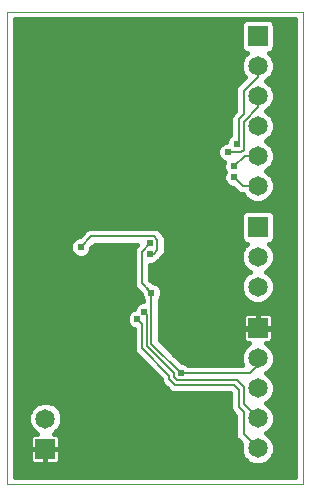
<source format=gbl>
G75*
%MOIN*%
%OFA0B0*%
%FSLAX25Y25*%
%IPPOS*%
%LPD*%
%AMOC8*
5,1,8,0,0,1.08239X$1,22.5*
%
%ADD10C,0.00000*%
%ADD11R,0.06500X0.06500*%
%ADD12C,0.06500*%
%ADD13C,0.01600*%
%ADD14C,0.02381*%
%ADD15C,0.00800*%
D10*
X0037739Y0009674D02*
X0037739Y0167154D01*
X0136164Y0167154D01*
X0136164Y0009674D01*
X0037739Y0009674D01*
D11*
X0050337Y0021485D03*
X0121203Y0061643D03*
X0121203Y0095501D03*
X0121203Y0159083D03*
D12*
X0121203Y0149083D03*
X0121203Y0139083D03*
X0121203Y0129083D03*
X0121203Y0119083D03*
X0121203Y0109083D03*
X0121203Y0085501D03*
X0121203Y0075501D03*
X0121203Y0051643D03*
X0121203Y0041643D03*
X0121203Y0031643D03*
X0121203Y0021643D03*
X0050337Y0031485D03*
D13*
X0053151Y0026535D02*
X0053537Y0026695D01*
X0055127Y0028285D01*
X0055987Y0030361D01*
X0055987Y0032609D01*
X0055127Y0034685D01*
X0053537Y0036275D01*
X0051461Y0037135D01*
X0049213Y0037135D01*
X0047137Y0036275D01*
X0045547Y0034685D01*
X0044687Y0032609D01*
X0044687Y0030361D01*
X0045547Y0028285D01*
X0047137Y0026695D01*
X0047523Y0026535D01*
X0046850Y0026535D01*
X0046392Y0026412D01*
X0045982Y0026175D01*
X0045647Y0025840D01*
X0045410Y0025430D01*
X0045287Y0024972D01*
X0045287Y0021560D01*
X0050262Y0021560D01*
X0050262Y0021410D01*
X0050412Y0021410D01*
X0050412Y0016435D01*
X0053824Y0016435D01*
X0054282Y0016558D01*
X0054692Y0016795D01*
X0055027Y0017130D01*
X0055264Y0017540D01*
X0055387Y0017998D01*
X0055387Y0021410D01*
X0050412Y0021410D01*
X0050412Y0021560D01*
X0055387Y0021560D01*
X0055387Y0024972D01*
X0055264Y0025430D01*
X0055027Y0025840D01*
X0054692Y0026175D01*
X0054282Y0026412D01*
X0053824Y0026535D01*
X0053151Y0026535D01*
X0054100Y0027258D02*
X0113679Y0027258D01*
X0113679Y0025810D02*
X0114105Y0024781D01*
X0114893Y0023993D01*
X0115719Y0023167D01*
X0115553Y0022766D01*
X0115553Y0020519D01*
X0116413Y0018442D01*
X0118003Y0016853D01*
X0120079Y0015993D01*
X0122327Y0015993D01*
X0124404Y0016853D01*
X0125993Y0018442D01*
X0126853Y0020519D01*
X0126853Y0022766D01*
X0125993Y0024843D01*
X0124404Y0026432D01*
X0123896Y0026643D01*
X0124404Y0026853D01*
X0125993Y0028442D01*
X0126853Y0030519D01*
X0126853Y0032766D01*
X0125993Y0034843D01*
X0124404Y0036432D01*
X0123896Y0036643D01*
X0124404Y0036853D01*
X0125993Y0038442D01*
X0126853Y0040519D01*
X0126853Y0042766D01*
X0125993Y0044843D01*
X0124404Y0046432D01*
X0123896Y0046643D01*
X0124404Y0046853D01*
X0125993Y0048442D01*
X0126853Y0050519D01*
X0126853Y0052766D01*
X0125993Y0054843D01*
X0124404Y0056432D01*
X0124017Y0056593D01*
X0124690Y0056593D01*
X0125148Y0056715D01*
X0125558Y0056952D01*
X0125893Y0057287D01*
X0126130Y0057698D01*
X0126253Y0058156D01*
X0126253Y0061567D01*
X0121278Y0061567D01*
X0121278Y0061718D01*
X0121128Y0061718D01*
X0121128Y0066693D01*
X0117716Y0066693D01*
X0117258Y0066570D01*
X0116848Y0066333D01*
X0116513Y0065998D01*
X0116276Y0065587D01*
X0116153Y0065129D01*
X0116153Y0061718D01*
X0121128Y0061718D01*
X0121128Y0061567D01*
X0116153Y0061567D01*
X0116153Y0058156D01*
X0116276Y0057698D01*
X0116513Y0057287D01*
X0116848Y0056952D01*
X0117258Y0056715D01*
X0117716Y0056593D01*
X0118389Y0056593D01*
X0118003Y0056432D01*
X0116413Y0054843D01*
X0115553Y0052766D01*
X0115553Y0050519D01*
X0115983Y0049482D01*
X0097890Y0049482D01*
X0097646Y0049726D01*
X0096327Y0050272D01*
X0095982Y0050272D01*
X0088570Y0057684D01*
X0088570Y0071176D01*
X0088814Y0071420D01*
X0089361Y0072739D01*
X0089361Y0074168D01*
X0088814Y0075487D01*
X0087804Y0076497D01*
X0086484Y0077044D01*
X0086139Y0077044D01*
X0085781Y0077402D01*
X0085420Y0077763D01*
X0085420Y0082855D01*
X0086091Y0082855D01*
X0087410Y0083402D01*
X0088036Y0084027D01*
X0088144Y0084072D01*
X0089325Y0085253D01*
X0090112Y0086041D01*
X0090539Y0087070D01*
X0090539Y0091727D01*
X0090112Y0092756D01*
X0088931Y0093937D01*
X0088144Y0094725D01*
X0087114Y0095151D01*
X0065134Y0095151D01*
X0064105Y0094725D01*
X0061779Y0092398D01*
X0061434Y0092398D01*
X0060114Y0091852D01*
X0059104Y0090842D01*
X0058557Y0089522D01*
X0058557Y0088094D01*
X0059104Y0086774D01*
X0060114Y0085764D01*
X0061434Y0085217D01*
X0062862Y0085217D01*
X0064182Y0085764D01*
X0065192Y0086774D01*
X0065739Y0088094D01*
X0065739Y0088439D01*
X0066851Y0089551D01*
X0080979Y0089551D01*
X0080247Y0088819D01*
X0079820Y0087790D01*
X0079820Y0076046D01*
X0080247Y0075017D01*
X0081822Y0073442D01*
X0082180Y0073084D01*
X0082180Y0072739D01*
X0082726Y0071420D01*
X0082970Y0071176D01*
X0082970Y0070745D01*
X0082694Y0070745D01*
X0081374Y0070198D01*
X0080364Y0069188D01*
X0079968Y0068232D01*
X0079012Y0067836D01*
X0078002Y0066826D01*
X0077455Y0065506D01*
X0077455Y0064078D01*
X0078002Y0062758D01*
X0079012Y0061748D01*
X0079820Y0061413D01*
X0079820Y0054393D01*
X0080247Y0053364D01*
X0081034Y0052576D01*
X0088876Y0044735D01*
X0088876Y0044156D01*
X0089302Y0043127D01*
X0090089Y0042340D01*
X0092058Y0040371D01*
X0093087Y0039945D01*
X0112104Y0039945D01*
X0112104Y0034708D01*
X0112530Y0033678D01*
X0113679Y0032530D01*
X0113679Y0025810D01*
X0113741Y0025659D02*
X0055132Y0025659D01*
X0055387Y0024061D02*
X0114825Y0024061D01*
X0115553Y0022462D02*
X0055387Y0022462D01*
X0055387Y0020864D02*
X0115553Y0020864D01*
X0116072Y0019265D02*
X0055387Y0019265D01*
X0055298Y0017667D02*
X0117189Y0017667D01*
X0119897Y0016068D02*
X0040139Y0016068D01*
X0040139Y0014470D02*
X0133764Y0014470D01*
X0133764Y0016068D02*
X0122509Y0016068D01*
X0125217Y0017667D02*
X0133764Y0017667D01*
X0133764Y0019265D02*
X0126334Y0019265D01*
X0126853Y0020864D02*
X0133764Y0020864D01*
X0133764Y0022462D02*
X0126853Y0022462D01*
X0126317Y0024061D02*
X0133764Y0024061D01*
X0133764Y0025659D02*
X0125177Y0025659D01*
X0124809Y0027258D02*
X0133764Y0027258D01*
X0133764Y0028856D02*
X0126164Y0028856D01*
X0126827Y0030455D02*
X0133764Y0030455D01*
X0133764Y0032053D02*
X0126853Y0032053D01*
X0126486Y0033652D02*
X0133764Y0033652D01*
X0133764Y0035250D02*
X0125586Y0035250D01*
X0124394Y0036849D02*
X0133764Y0036849D01*
X0133764Y0038447D02*
X0125995Y0038447D01*
X0126657Y0040046D02*
X0133764Y0040046D01*
X0133764Y0041644D02*
X0126853Y0041644D01*
X0126656Y0043243D02*
X0133764Y0043243D01*
X0133764Y0044841D02*
X0125994Y0044841D01*
X0124386Y0046440D02*
X0133764Y0046440D01*
X0133764Y0048038D02*
X0125589Y0048038D01*
X0126488Y0049637D02*
X0133764Y0049637D01*
X0133764Y0051235D02*
X0126853Y0051235D01*
X0126825Y0052834D02*
X0133764Y0052834D01*
X0133764Y0054432D02*
X0126163Y0054432D01*
X0124805Y0056031D02*
X0133764Y0056031D01*
X0133764Y0057629D02*
X0126091Y0057629D01*
X0126253Y0059228D02*
X0133764Y0059228D01*
X0133764Y0060826D02*
X0126253Y0060826D01*
X0126253Y0061718D02*
X0126253Y0065129D01*
X0126130Y0065587D01*
X0125893Y0065998D01*
X0125558Y0066333D01*
X0125148Y0066570D01*
X0124690Y0066693D01*
X0121278Y0066693D01*
X0121278Y0061718D01*
X0126253Y0061718D01*
X0126253Y0062425D02*
X0133764Y0062425D01*
X0133764Y0064023D02*
X0126253Y0064023D01*
X0126110Y0065622D02*
X0133764Y0065622D01*
X0133764Y0067220D02*
X0088570Y0067220D01*
X0088570Y0065622D02*
X0116296Y0065622D01*
X0116153Y0064023D02*
X0088570Y0064023D01*
X0088570Y0062425D02*
X0116153Y0062425D01*
X0116153Y0060826D02*
X0088570Y0060826D01*
X0088570Y0059228D02*
X0116153Y0059228D01*
X0116315Y0057629D02*
X0088625Y0057629D01*
X0090223Y0056031D02*
X0117601Y0056031D01*
X0116243Y0054432D02*
X0091822Y0054432D01*
X0093420Y0052834D02*
X0115581Y0052834D01*
X0115553Y0051235D02*
X0095019Y0051235D01*
X0097735Y0049637D02*
X0115918Y0049637D01*
X0112104Y0038447D02*
X0040139Y0038447D01*
X0040139Y0036849D02*
X0048522Y0036849D01*
X0046112Y0035250D02*
X0040139Y0035250D01*
X0040139Y0033652D02*
X0045119Y0033652D01*
X0044687Y0032053D02*
X0040139Y0032053D01*
X0040139Y0030455D02*
X0044687Y0030455D01*
X0045310Y0028856D02*
X0040139Y0028856D01*
X0040139Y0027258D02*
X0046574Y0027258D01*
X0045542Y0025659D02*
X0040139Y0025659D01*
X0040139Y0024061D02*
X0045287Y0024061D01*
X0045287Y0022462D02*
X0040139Y0022462D01*
X0040139Y0020864D02*
X0045287Y0020864D01*
X0045287Y0021410D02*
X0045287Y0017998D01*
X0045410Y0017540D01*
X0045647Y0017130D01*
X0045982Y0016795D01*
X0046392Y0016558D01*
X0046850Y0016435D01*
X0050262Y0016435D01*
X0050262Y0021410D01*
X0045287Y0021410D01*
X0045287Y0019265D02*
X0040139Y0019265D01*
X0040139Y0017667D02*
X0045376Y0017667D01*
X0050262Y0017667D02*
X0050412Y0017667D01*
X0050412Y0019265D02*
X0050262Y0019265D01*
X0050262Y0020864D02*
X0050412Y0020864D01*
X0055364Y0028856D02*
X0113679Y0028856D01*
X0113679Y0030455D02*
X0055987Y0030455D01*
X0055987Y0032053D02*
X0113679Y0032053D01*
X0112557Y0033652D02*
X0055555Y0033652D01*
X0054562Y0035250D02*
X0112104Y0035250D01*
X0112104Y0036849D02*
X0052152Y0036849D01*
X0040139Y0040046D02*
X0092844Y0040046D01*
X0090785Y0041644D02*
X0040139Y0041644D01*
X0040139Y0043243D02*
X0089254Y0043243D01*
X0088769Y0044841D02*
X0040139Y0044841D01*
X0040139Y0046440D02*
X0087170Y0046440D01*
X0085572Y0048038D02*
X0040139Y0048038D01*
X0040139Y0049637D02*
X0083973Y0049637D01*
X0082375Y0051235D02*
X0040139Y0051235D01*
X0040139Y0052834D02*
X0080776Y0052834D01*
X0079820Y0054432D02*
X0040139Y0054432D01*
X0040139Y0056031D02*
X0079820Y0056031D01*
X0079820Y0057629D02*
X0040139Y0057629D01*
X0040139Y0059228D02*
X0079820Y0059228D01*
X0079820Y0060826D02*
X0040139Y0060826D01*
X0040139Y0062425D02*
X0078335Y0062425D01*
X0077478Y0064023D02*
X0040139Y0064023D01*
X0040139Y0065622D02*
X0077503Y0065622D01*
X0078396Y0067220D02*
X0040139Y0067220D01*
X0040139Y0068819D02*
X0080211Y0068819D01*
X0081903Y0070417D02*
X0040139Y0070417D01*
X0040139Y0072016D02*
X0082479Y0072016D01*
X0081822Y0073442D02*
X0081822Y0073442D01*
X0081649Y0073614D02*
X0040139Y0073614D01*
X0040139Y0075213D02*
X0080166Y0075213D01*
X0079820Y0076811D02*
X0040139Y0076811D01*
X0040139Y0078410D02*
X0079820Y0078410D01*
X0079820Y0080009D02*
X0040139Y0080009D01*
X0040139Y0081607D02*
X0079820Y0081607D01*
X0079820Y0083206D02*
X0040139Y0083206D01*
X0040139Y0084804D02*
X0079820Y0084804D01*
X0079820Y0086403D02*
X0064820Y0086403D01*
X0065700Y0088001D02*
X0079908Y0088001D01*
X0085420Y0081607D02*
X0117107Y0081607D01*
X0116413Y0082300D02*
X0118003Y0080711D01*
X0118510Y0080501D01*
X0118003Y0080291D01*
X0116413Y0078701D01*
X0115553Y0076625D01*
X0115553Y0074377D01*
X0116413Y0072300D01*
X0118003Y0070711D01*
X0120079Y0069851D01*
X0122327Y0069851D01*
X0124404Y0070711D01*
X0125993Y0072300D01*
X0126853Y0074377D01*
X0126853Y0076625D01*
X0125993Y0078701D01*
X0124404Y0080291D01*
X0123896Y0080501D01*
X0124404Y0080711D01*
X0125993Y0082300D01*
X0126853Y0084377D01*
X0126853Y0086625D01*
X0125993Y0088701D01*
X0124843Y0089851D01*
X0124931Y0089851D01*
X0125813Y0090216D01*
X0126488Y0090891D01*
X0126853Y0091773D01*
X0126853Y0099228D01*
X0126488Y0100110D01*
X0125813Y0100785D01*
X0124931Y0101151D01*
X0117476Y0101151D01*
X0116594Y0100785D01*
X0115919Y0100110D01*
X0115553Y0099228D01*
X0115553Y0091773D01*
X0115919Y0090891D01*
X0116594Y0090216D01*
X0117476Y0089851D01*
X0117563Y0089851D01*
X0116413Y0088701D01*
X0115553Y0086625D01*
X0115553Y0084377D01*
X0116413Y0082300D01*
X0116038Y0083206D02*
X0086937Y0083206D01*
X0088876Y0084804D02*
X0115553Y0084804D01*
X0115553Y0086403D02*
X0090262Y0086403D01*
X0090539Y0088001D02*
X0116123Y0088001D01*
X0117312Y0089600D02*
X0090539Y0089600D01*
X0090539Y0091198D02*
X0115791Y0091198D01*
X0115553Y0092797D02*
X0090072Y0092797D01*
X0088473Y0094395D02*
X0115553Y0094395D01*
X0115553Y0095994D02*
X0040139Y0095994D01*
X0040139Y0097592D02*
X0115553Y0097592D01*
X0115553Y0099191D02*
X0040139Y0099191D01*
X0040139Y0100789D02*
X0116603Y0100789D01*
X0118003Y0104294D02*
X0120079Y0103433D01*
X0122327Y0103433D01*
X0124404Y0104294D01*
X0125993Y0105883D01*
X0126853Y0107960D01*
X0126853Y0110207D01*
X0125993Y0112284D01*
X0124404Y0113873D01*
X0123896Y0114083D01*
X0124404Y0114294D01*
X0125993Y0115883D01*
X0126853Y0117960D01*
X0126853Y0120207D01*
X0125993Y0122284D01*
X0124404Y0123873D01*
X0123896Y0124083D01*
X0124404Y0124294D01*
X0125993Y0125883D01*
X0126853Y0127960D01*
X0126853Y0130207D01*
X0125993Y0132284D01*
X0124404Y0133873D01*
X0123896Y0134083D01*
X0124404Y0134294D01*
X0125993Y0135883D01*
X0126853Y0137960D01*
X0126853Y0140207D01*
X0125993Y0142284D01*
X0124404Y0143873D01*
X0123896Y0144083D01*
X0124404Y0144294D01*
X0125993Y0145883D01*
X0126853Y0147960D01*
X0126853Y0150207D01*
X0125993Y0152284D01*
X0124843Y0153433D01*
X0124931Y0153433D01*
X0125813Y0153799D01*
X0126488Y0154474D01*
X0126853Y0155356D01*
X0126853Y0162811D01*
X0126488Y0163693D01*
X0125813Y0164368D01*
X0124931Y0164733D01*
X0117476Y0164733D01*
X0116594Y0164368D01*
X0115919Y0163693D01*
X0115553Y0162811D01*
X0115553Y0155356D01*
X0115919Y0154474D01*
X0116594Y0153799D01*
X0117476Y0153433D01*
X0117563Y0153433D01*
X0116413Y0152284D01*
X0115553Y0150207D01*
X0115553Y0147960D01*
X0116413Y0145883D01*
X0117019Y0145277D01*
X0114105Y0142362D01*
X0113679Y0141333D01*
X0113679Y0134062D01*
X0112530Y0132914D01*
X0112104Y0131885D01*
X0112104Y0126113D01*
X0112083Y0126104D01*
X0111073Y0125094D01*
X0110561Y0123859D01*
X0109327Y0123348D01*
X0108317Y0122338D01*
X0107770Y0121018D01*
X0107770Y0119590D01*
X0108317Y0118270D01*
X0109327Y0117260D01*
X0110020Y0116973D01*
X0109739Y0116294D01*
X0109739Y0114865D01*
X0110177Y0113808D01*
X0109739Y0112750D01*
X0109739Y0111322D01*
X0110285Y0110002D01*
X0111295Y0108992D01*
X0112615Y0108446D01*
X0112960Y0108446D01*
X0114696Y0106710D01*
X0115725Y0106283D01*
X0116247Y0106283D01*
X0116413Y0105883D01*
X0118003Y0104294D01*
X0118745Y0103986D02*
X0040139Y0103986D01*
X0040139Y0102388D02*
X0133764Y0102388D01*
X0133764Y0103986D02*
X0123661Y0103986D01*
X0125695Y0105585D02*
X0133764Y0105585D01*
X0133764Y0107183D02*
X0126532Y0107183D01*
X0126853Y0108782D02*
X0133764Y0108782D01*
X0133764Y0110380D02*
X0126781Y0110380D01*
X0126119Y0111979D02*
X0133764Y0111979D01*
X0133764Y0113577D02*
X0124700Y0113577D01*
X0125286Y0115176D02*
X0133764Y0115176D01*
X0133764Y0116774D02*
X0126362Y0116774D01*
X0126853Y0118373D02*
X0133764Y0118373D01*
X0133764Y0119971D02*
X0126853Y0119971D01*
X0126289Y0121570D02*
X0133764Y0121570D01*
X0133764Y0123168D02*
X0125109Y0123168D01*
X0124877Y0124767D02*
X0133764Y0124767D01*
X0133764Y0126365D02*
X0126193Y0126365D01*
X0126853Y0127964D02*
X0133764Y0127964D01*
X0133764Y0129562D02*
X0126853Y0129562D01*
X0126458Y0131161D02*
X0133764Y0131161D01*
X0133764Y0132759D02*
X0125517Y0132759D01*
X0124468Y0134358D02*
X0133764Y0134358D01*
X0133764Y0135956D02*
X0126023Y0135956D01*
X0126685Y0137555D02*
X0133764Y0137555D01*
X0133764Y0139153D02*
X0126853Y0139153D01*
X0126628Y0140752D02*
X0133764Y0140752D01*
X0133764Y0142350D02*
X0125926Y0142350D01*
X0124221Y0143949D02*
X0133764Y0143949D01*
X0133764Y0145547D02*
X0125657Y0145547D01*
X0126516Y0147146D02*
X0133764Y0147146D01*
X0133764Y0148745D02*
X0126853Y0148745D01*
X0126797Y0150343D02*
X0133764Y0150343D01*
X0133764Y0151942D02*
X0126135Y0151942D01*
X0125188Y0153540D02*
X0133764Y0153540D01*
X0133764Y0155139D02*
X0126763Y0155139D01*
X0126853Y0156737D02*
X0133764Y0156737D01*
X0133764Y0158336D02*
X0126853Y0158336D01*
X0126853Y0159934D02*
X0133764Y0159934D01*
X0133764Y0161533D02*
X0126853Y0161533D01*
X0126720Y0163131D02*
X0133764Y0163131D01*
X0133764Y0164730D02*
X0124940Y0164730D01*
X0117466Y0164730D02*
X0040139Y0164730D01*
X0040139Y0164754D02*
X0133764Y0164754D01*
X0133764Y0012074D01*
X0040139Y0012074D01*
X0040139Y0164754D01*
X0040139Y0163131D02*
X0115686Y0163131D01*
X0115553Y0161533D02*
X0040139Y0161533D01*
X0040139Y0159934D02*
X0115553Y0159934D01*
X0115553Y0158336D02*
X0040139Y0158336D01*
X0040139Y0156737D02*
X0115553Y0156737D01*
X0115643Y0155139D02*
X0040139Y0155139D01*
X0040139Y0153540D02*
X0117218Y0153540D01*
X0116271Y0151942D02*
X0040139Y0151942D01*
X0040139Y0150343D02*
X0115609Y0150343D01*
X0115553Y0148745D02*
X0040139Y0148745D01*
X0040139Y0147146D02*
X0115890Y0147146D01*
X0116749Y0145547D02*
X0040139Y0145547D01*
X0040139Y0143949D02*
X0115692Y0143949D01*
X0114100Y0142350D02*
X0040139Y0142350D01*
X0040139Y0140752D02*
X0113679Y0140752D01*
X0113679Y0139153D02*
X0040139Y0139153D01*
X0040139Y0137555D02*
X0113679Y0137555D01*
X0113679Y0135956D02*
X0040139Y0135956D01*
X0040139Y0134358D02*
X0113679Y0134358D01*
X0112466Y0132759D02*
X0040139Y0132759D01*
X0040139Y0131161D02*
X0112104Y0131161D01*
X0112104Y0129562D02*
X0040139Y0129562D01*
X0040139Y0127964D02*
X0112104Y0127964D01*
X0112104Y0126365D02*
X0040139Y0126365D01*
X0040139Y0124767D02*
X0110937Y0124767D01*
X0109147Y0123168D02*
X0040139Y0123168D01*
X0040139Y0121570D02*
X0107999Y0121570D01*
X0107770Y0119971D02*
X0040139Y0119971D01*
X0040139Y0118373D02*
X0108274Y0118373D01*
X0109938Y0116774D02*
X0040139Y0116774D01*
X0040139Y0115176D02*
X0109739Y0115176D01*
X0110081Y0113577D02*
X0040139Y0113577D01*
X0040139Y0111979D02*
X0109739Y0111979D01*
X0110129Y0110380D02*
X0040139Y0110380D01*
X0040139Y0108782D02*
X0111804Y0108782D01*
X0114222Y0107183D02*
X0040139Y0107183D01*
X0040139Y0105585D02*
X0116712Y0105585D01*
X0125804Y0100789D02*
X0133764Y0100789D01*
X0133764Y0099191D02*
X0126853Y0099191D01*
X0126853Y0097592D02*
X0133764Y0097592D01*
X0133764Y0095994D02*
X0126853Y0095994D01*
X0126853Y0094395D02*
X0133764Y0094395D01*
X0133764Y0092797D02*
X0126853Y0092797D01*
X0126615Y0091198D02*
X0133764Y0091198D01*
X0133764Y0089600D02*
X0125095Y0089600D01*
X0126283Y0088001D02*
X0133764Y0088001D01*
X0133764Y0086403D02*
X0126853Y0086403D01*
X0126853Y0084804D02*
X0133764Y0084804D01*
X0133764Y0083206D02*
X0126368Y0083206D01*
X0125300Y0081607D02*
X0133764Y0081607D01*
X0133764Y0080009D02*
X0124686Y0080009D01*
X0126114Y0078410D02*
X0133764Y0078410D01*
X0133764Y0076811D02*
X0126776Y0076811D01*
X0126853Y0075213D02*
X0133764Y0075213D01*
X0133764Y0073614D02*
X0126537Y0073614D01*
X0125709Y0072016D02*
X0133764Y0072016D01*
X0133764Y0070417D02*
X0123695Y0070417D01*
X0118711Y0070417D02*
X0088570Y0070417D01*
X0088570Y0068819D02*
X0133764Y0068819D01*
X0121278Y0065622D02*
X0121128Y0065622D01*
X0121128Y0064023D02*
X0121278Y0064023D01*
X0121278Y0062425D02*
X0121128Y0062425D01*
X0116698Y0072016D02*
X0089061Y0072016D01*
X0089361Y0073614D02*
X0115869Y0073614D01*
X0115553Y0075213D02*
X0088928Y0075213D01*
X0087046Y0076811D02*
X0115631Y0076811D01*
X0116293Y0078410D02*
X0085420Y0078410D01*
X0085781Y0077402D02*
X0085781Y0077402D01*
X0085420Y0080009D02*
X0117721Y0080009D01*
X0133764Y0012871D02*
X0040139Y0012871D01*
X0040139Y0086403D02*
X0059476Y0086403D01*
X0058596Y0088001D02*
X0040139Y0088001D01*
X0040139Y0089600D02*
X0058590Y0089600D01*
X0059460Y0091198D02*
X0040139Y0091198D01*
X0040139Y0092797D02*
X0062177Y0092797D01*
X0063775Y0094395D02*
X0040139Y0094395D01*
D14*
X0062148Y0088808D03*
X0081046Y0064792D03*
X0083408Y0067154D03*
X0085770Y0073454D03*
X0085376Y0086446D03*
X0085376Y0089989D03*
X0111361Y0120304D03*
X0114117Y0123060D03*
X0113329Y0115580D03*
X0113329Y0112036D03*
X0073959Y0047469D03*
X0095613Y0046682D03*
D15*
X0085770Y0056524D01*
X0085770Y0073454D01*
X0082620Y0076603D01*
X0082620Y0087233D01*
X0085376Y0089989D01*
X0087739Y0087627D02*
X0086557Y0086446D01*
X0085376Y0086446D01*
X0087739Y0087627D02*
X0087739Y0091170D01*
X0086557Y0092351D01*
X0065691Y0092351D01*
X0062148Y0088808D01*
X0081046Y0064792D02*
X0082620Y0063217D01*
X0082620Y0054950D01*
X0091676Y0045894D01*
X0091676Y0044713D01*
X0093644Y0042745D01*
X0113329Y0042745D01*
X0114904Y0041170D01*
X0114904Y0035265D01*
X0116479Y0033690D01*
X0116479Y0026367D01*
X0121203Y0021643D01*
X0121203Y0031643D02*
X0116479Y0036367D01*
X0116479Y0041957D01*
X0114117Y0044320D01*
X0094431Y0044320D01*
X0093250Y0045501D01*
X0093250Y0046682D01*
X0084195Y0055737D01*
X0084195Y0066367D01*
X0083408Y0067154D01*
X0085770Y0073454D02*
X0084195Y0075028D01*
X0095613Y0046682D02*
X0118447Y0046682D01*
X0121203Y0049438D01*
X0121203Y0051643D01*
X0121203Y0109083D02*
X0116282Y0109083D01*
X0113329Y0112036D01*
X0113329Y0115580D02*
X0116833Y0119083D01*
X0121203Y0119083D01*
X0116479Y0121091D02*
X0115691Y0120304D01*
X0111361Y0120304D01*
X0114117Y0123060D02*
X0114904Y0123847D01*
X0114904Y0131328D01*
X0116479Y0132902D01*
X0116479Y0140776D01*
X0121203Y0145501D01*
X0121203Y0149083D01*
X0121203Y0139083D02*
X0121203Y0135265D01*
X0116479Y0130540D01*
X0116479Y0121091D01*
M02*

</source>
